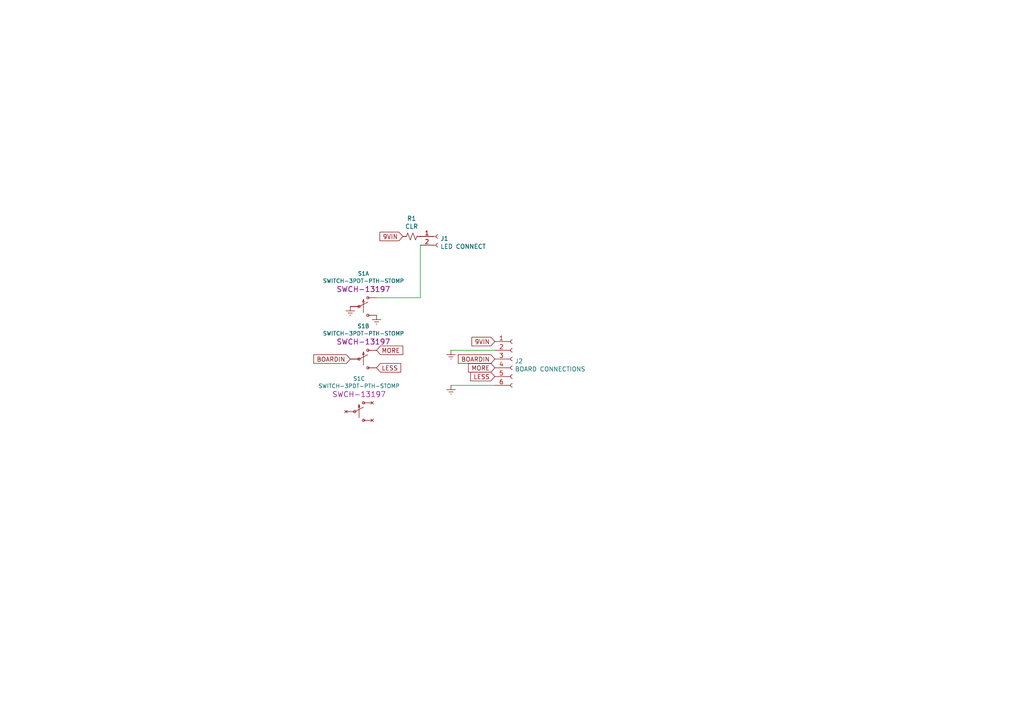
<source format=kicad_sch>
(kicad_sch (version 20230121) (generator eeschema)

  (uuid c129184d-5ee2-46fb-be2e-ef30dd638f64)

  (paper "A4")

  (title_block
    (title "Hellerune Switchy Breakout Board")
    (date "2023-07-18")
    (rev "1.0")
    (company "Offworld Serpent Devices")
  )

  (lib_symbols
    (symbol "Connector:Conn_01x02_Socket" (pin_names (offset 1.016) hide) (in_bom yes) (on_board yes)
      (property "Reference" "J" (at 0 2.54 0)
        (effects (font (size 1.27 1.27)))
      )
      (property "Value" "Conn_01x02_Socket" (at 0 -5.08 0)
        (effects (font (size 1.27 1.27)))
      )
      (property "Footprint" "" (at 0 0 0)
        (effects (font (size 1.27 1.27)) hide)
      )
      (property "Datasheet" "~" (at 0 0 0)
        (effects (font (size 1.27 1.27)) hide)
      )
      (property "ki_locked" "" (at 0 0 0)
        (effects (font (size 1.27 1.27)))
      )
      (property "ki_keywords" "connector" (at 0 0 0)
        (effects (font (size 1.27 1.27)) hide)
      )
      (property "ki_description" "Generic connector, single row, 01x02, script generated" (at 0 0 0)
        (effects (font (size 1.27 1.27)) hide)
      )
      (property "ki_fp_filters" "Connector*:*_1x??_*" (at 0 0 0)
        (effects (font (size 1.27 1.27)) hide)
      )
      (symbol "Conn_01x02_Socket_1_1"
        (arc (start 0 -2.032) (mid -0.5058 -2.54) (end 0 -3.048)
          (stroke (width 0.1524) (type default))
          (fill (type none))
        )
        (polyline
          (pts
            (xy -1.27 -2.54)
            (xy -0.508 -2.54)
          )
          (stroke (width 0.1524) (type default))
          (fill (type none))
        )
        (polyline
          (pts
            (xy -1.27 0)
            (xy -0.508 0)
          )
          (stroke (width 0.1524) (type default))
          (fill (type none))
        )
        (arc (start 0 0.508) (mid -0.5058 0) (end 0 -0.508)
          (stroke (width 0.1524) (type default))
          (fill (type none))
        )
        (pin passive line (at -5.08 0 0) (length 3.81)
          (name "Pin_1" (effects (font (size 1.27 1.27))))
          (number "1" (effects (font (size 1.27 1.27))))
        )
        (pin passive line (at -5.08 -2.54 0) (length 3.81)
          (name "Pin_2" (effects (font (size 1.27 1.27))))
          (number "2" (effects (font (size 1.27 1.27))))
        )
      )
    )
    (symbol "Connector:Conn_01x06_Socket" (pin_names (offset 1.016) hide) (in_bom yes) (on_board yes)
      (property "Reference" "J" (at 0 7.62 0)
        (effects (font (size 1.27 1.27)))
      )
      (property "Value" "Conn_01x06_Socket" (at 0 -10.16 0)
        (effects (font (size 1.27 1.27)))
      )
      (property "Footprint" "" (at 0 0 0)
        (effects (font (size 1.27 1.27)) hide)
      )
      (property "Datasheet" "~" (at 0 0 0)
        (effects (font (size 1.27 1.27)) hide)
      )
      (property "ki_locked" "" (at 0 0 0)
        (effects (font (size 1.27 1.27)))
      )
      (property "ki_keywords" "connector" (at 0 0 0)
        (effects (font (size 1.27 1.27)) hide)
      )
      (property "ki_description" "Generic connector, single row, 01x06, script generated" (at 0 0 0)
        (effects (font (size 1.27 1.27)) hide)
      )
      (property "ki_fp_filters" "Connector*:*_1x??_*" (at 0 0 0)
        (effects (font (size 1.27 1.27)) hide)
      )
      (symbol "Conn_01x06_Socket_1_1"
        (arc (start 0 -7.112) (mid -0.5058 -7.62) (end 0 -8.128)
          (stroke (width 0.1524) (type default))
          (fill (type none))
        )
        (arc (start 0 -4.572) (mid -0.5058 -5.08) (end 0 -5.588)
          (stroke (width 0.1524) (type default))
          (fill (type none))
        )
        (arc (start 0 -2.032) (mid -0.5058 -2.54) (end 0 -3.048)
          (stroke (width 0.1524) (type default))
          (fill (type none))
        )
        (polyline
          (pts
            (xy -1.27 -7.62)
            (xy -0.508 -7.62)
          )
          (stroke (width 0.1524) (type default))
          (fill (type none))
        )
        (polyline
          (pts
            (xy -1.27 -5.08)
            (xy -0.508 -5.08)
          )
          (stroke (width 0.1524) (type default))
          (fill (type none))
        )
        (polyline
          (pts
            (xy -1.27 -2.54)
            (xy -0.508 -2.54)
          )
          (stroke (width 0.1524) (type default))
          (fill (type none))
        )
        (polyline
          (pts
            (xy -1.27 0)
            (xy -0.508 0)
          )
          (stroke (width 0.1524) (type default))
          (fill (type none))
        )
        (polyline
          (pts
            (xy -1.27 2.54)
            (xy -0.508 2.54)
          )
          (stroke (width 0.1524) (type default))
          (fill (type none))
        )
        (polyline
          (pts
            (xy -1.27 5.08)
            (xy -0.508 5.08)
          )
          (stroke (width 0.1524) (type default))
          (fill (type none))
        )
        (arc (start 0 0.508) (mid -0.5058 0) (end 0 -0.508)
          (stroke (width 0.1524) (type default))
          (fill (type none))
        )
        (arc (start 0 3.048) (mid -0.5058 2.54) (end 0 2.032)
          (stroke (width 0.1524) (type default))
          (fill (type none))
        )
        (arc (start 0 5.588) (mid -0.5058 5.08) (end 0 4.572)
          (stroke (width 0.1524) (type default))
          (fill (type none))
        )
        (pin passive line (at -5.08 5.08 0) (length 3.81)
          (name "Pin_1" (effects (font (size 1.27 1.27))))
          (number "1" (effects (font (size 1.27 1.27))))
        )
        (pin passive line (at -5.08 2.54 0) (length 3.81)
          (name "Pin_2" (effects (font (size 1.27 1.27))))
          (number "2" (effects (font (size 1.27 1.27))))
        )
        (pin passive line (at -5.08 0 0) (length 3.81)
          (name "Pin_3" (effects (font (size 1.27 1.27))))
          (number "3" (effects (font (size 1.27 1.27))))
        )
        (pin passive line (at -5.08 -2.54 0) (length 3.81)
          (name "Pin_4" (effects (font (size 1.27 1.27))))
          (number "4" (effects (font (size 1.27 1.27))))
        )
        (pin passive line (at -5.08 -5.08 0) (length 3.81)
          (name "Pin_5" (effects (font (size 1.27 1.27))))
          (number "5" (effects (font (size 1.27 1.27))))
        )
        (pin passive line (at -5.08 -7.62 0) (length 3.81)
          (name "Pin_6" (effects (font (size 1.27 1.27))))
          (number "6" (effects (font (size 1.27 1.27))))
        )
      )
    )
    (symbol "Device:R_Small_US" (pin_numbers hide) (pin_names (offset 0.254) hide) (in_bom yes) (on_board yes)
      (property "Reference" "R" (at 0.762 0.508 0)
        (effects (font (size 1.27 1.27)) (justify left))
      )
      (property "Value" "R_Small_US" (at 0.762 -1.016 0)
        (effects (font (size 1.27 1.27)) (justify left))
      )
      (property "Footprint" "" (at 0 0 0)
        (effects (font (size 1.27 1.27)) hide)
      )
      (property "Datasheet" "~" (at 0 0 0)
        (effects (font (size 1.27 1.27)) hide)
      )
      (property "ki_keywords" "r resistor" (at 0 0 0)
        (effects (font (size 1.27 1.27)) hide)
      )
      (property "ki_description" "Resistor, small US symbol" (at 0 0 0)
        (effects (font (size 1.27 1.27)) hide)
      )
      (property "ki_fp_filters" "R_*" (at 0 0 0)
        (effects (font (size 1.27 1.27)) hide)
      )
      (symbol "R_Small_US_1_1"
        (polyline
          (pts
            (xy 0 0)
            (xy 1.016 -0.381)
            (xy 0 -0.762)
            (xy -1.016 -1.143)
            (xy 0 -1.524)
          )
          (stroke (width 0) (type default))
          (fill (type none))
        )
        (polyline
          (pts
            (xy 0 1.524)
            (xy 1.016 1.143)
            (xy 0 0.762)
            (xy -1.016 0.381)
            (xy 0 0)
          )
          (stroke (width 0) (type default))
          (fill (type none))
        )
        (pin passive line (at 0 2.54 270) (length 1.016)
          (name "~" (effects (font (size 1.27 1.27))))
          (number "1" (effects (font (size 1.27 1.27))))
        )
        (pin passive line (at 0 -2.54 90) (length 1.016)
          (name "~" (effects (font (size 1.27 1.27))))
          (number "2" (effects (font (size 1.27 1.27))))
        )
      )
    )
    (symbol "SWITCH-3PDT-PTH-STOMP_1" (pin_numbers hide) (pin_names (offset 1.016) hide) (in_bom yes) (on_board yes)
      (property "Reference" "S1" (at -1.27 9.5504 0)
        (effects (font (size 1.143 1.143)))
      )
      (property "Value" "SWITCH-3PDT-PTH-STOMP" (at -1.27 7.4168 0)
        (effects (font (size 1.143 1.143)))
      )
      (property "Footprint" "clholm-kicad-lib:STOMP_SWITCH_3PDT_TAIWAY_LOW_PROFILE" (at 0 6.35 0)
        (effects (font (size 0.508 0.508)) hide)
      )
      (property "Datasheet" "" (at 0 0 0)
        (effects (font (size 1.27 1.27)) hide)
      )
      (property "Field4" "SWCH-13197" (at -1.27 5.0038 0)
        (effects (font (size 1.524 1.524)))
      )
      (property "ki_locked" "" (at 0 0 0)
        (effects (font (size 1.27 1.27)))
      )
      (property "ki_keywords" "PROD_ID:SWCH-13197" (at 0 0 0)
        (effects (font (size 1.27 1.27)) hide)
      )
      (property "ki_description" "3-Pole, Double-Throw (3PDT) Switch Three-pole, double-throw stomp switch. Drawn as three separate gates for schematic clarity. <h4>SparkFun Products</h4><ul><li>Used in <a href=\"https://www.sparkfun.com/products/13124\">SparkFun Proto Pedal</a> (PRT-13124)</li></ul>" (at 0 0 0)
        (effects (font (size 1.27 1.27)) hide)
      )
      (property "ki_fp_filters" "*STOMP_SWITCH_3PDT*" (at 0 0 0)
        (effects (font (size 1.27 1.27)) hide)
      )
      (symbol "SWITCH-3PDT-PTH-STOMP_1_1_0"
        (polyline
          (pts
            (xy -2.54 0)
            (xy 0 1.27)
          )
          (stroke (width 0) (type solid))
          (fill (type none))
        )
        (polyline
          (pts
            (xy -1.27 -1.778)
            (xy -1.27 2.032)
          )
          (stroke (width 0) (type solid))
          (fill (type none))
        )
        (polyline
          (pts
            (xy 0 -2.54)
            (xy 0.635 -2.54)
          )
          (stroke (width 0) (type solid))
          (fill (type none))
        )
        (polyline
          (pts
            (xy 0 2.54)
            (xy 0.635 2.54)
          )
          (stroke (width 0) (type solid))
          (fill (type none))
        )
      )
      (symbol "SWITCH-3PDT-PTH-STOMP_1_1_1"
        (circle (center -2.54 0) (radius 0.3556)
          (stroke (width 0) (type solid))
          (fill (type none))
        )
        (circle (center 0 -2.54) (radius 0.3556)
          (stroke (width 0) (type solid))
          (fill (type none))
        )
        (polyline
          (pts
            (xy -1.27 2.032)
            (xy -1.524 1.27)
            (xy -1.016 1.27)
            (xy -1.27 2.032)
          )
          (stroke (width 0) (type solid))
          (fill (type background))
        )
        (circle (center 0 2.54) (radius 0.3556)
          (stroke (width 0) (type solid))
          (fill (type none))
        )
        (pin passive line (at 2.54 2.54 180) (length 2.54)
          (name "O" (effects (font (size 1.016 1.016))))
          (number "P$1" (effects (font (size 1.016 1.016))))
        )
        (pin passive line (at -5.08 0 0) (length 2.54)
          (name "P" (effects (font (size 1.016 1.016))))
          (number "P$2" (effects (font (size 1.016 1.016))))
        )
        (pin passive line (at 2.54 -2.54 180) (length 2.54)
          (name "S" (effects (font (size 1.016 1.016))))
          (number "P$3" (effects (font (size 1.016 1.016))))
        )
      )
      (symbol "SWITCH-3PDT-PTH-STOMP_1_2_0"
        (polyline
          (pts
            (xy -2.54 0)
            (xy 0 1.27)
          )
          (stroke (width 0) (type solid))
          (fill (type none))
        )
        (polyline
          (pts
            (xy -1.27 -1.778)
            (xy -1.27 2.032)
          )
          (stroke (width 0) (type solid))
          (fill (type none))
        )
        (polyline
          (pts
            (xy 0 -2.54)
            (xy 0.635 -2.54)
          )
          (stroke (width 0) (type solid))
          (fill (type none))
        )
        (polyline
          (pts
            (xy 0 2.54)
            (xy 0.635 2.54)
          )
          (stroke (width 0) (type solid))
          (fill (type none))
        )
      )
      (symbol "SWITCH-3PDT-PTH-STOMP_1_2_1"
        (circle (center -2.54 0) (radius 0.3556)
          (stroke (width 0) (type solid))
          (fill (type none))
        )
        (circle (center 0 -2.54) (radius 0.3556)
          (stroke (width 0) (type solid))
          (fill (type none))
        )
        (polyline
          (pts
            (xy -1.27 2.032)
            (xy -1.524 1.27)
            (xy -1.016 1.27)
            (xy -1.27 2.032)
          )
          (stroke (width 0) (type solid))
          (fill (type background))
        )
        (circle (center 0 2.54) (radius 0.3556)
          (stroke (width 0) (type solid))
          (fill (type none))
        )
        (pin passive line (at 2.54 2.54 180) (length 2.54)
          (name "O" (effects (font (size 1.016 1.016))))
          (number "P$4" (effects (font (size 1.016 1.016))))
        )
        (pin passive line (at -5.08 0 0) (length 2.54)
          (name "P" (effects (font (size 1.016 1.016))))
          (number "P$5" (effects (font (size 1.016 1.016))))
        )
        (pin passive line (at 2.54 -2.54 180) (length 2.54)
          (name "S" (effects (font (size 1.016 1.016))))
          (number "P$6" (effects (font (size 1.016 1.016))))
        )
      )
      (symbol "SWITCH-3PDT-PTH-STOMP_1_3_0"
        (polyline
          (pts
            (xy -2.54 0)
            (xy 0 1.27)
          )
          (stroke (width 0) (type solid))
          (fill (type none))
        )
        (polyline
          (pts
            (xy -1.27 -1.778)
            (xy -1.27 2.032)
          )
          (stroke (width 0) (type solid))
          (fill (type none))
        )
        (polyline
          (pts
            (xy 0 -2.54)
            (xy 0.635 -2.54)
          )
          (stroke (width 0) (type solid))
          (fill (type none))
        )
        (polyline
          (pts
            (xy 0 2.54)
            (xy 0.635 2.54)
          )
          (stroke (width 0) (type solid))
          (fill (type none))
        )
      )
      (symbol "SWITCH-3PDT-PTH-STOMP_1_3_1"
        (circle (center -2.54 0) (radius 0.3556)
          (stroke (width 0) (type solid))
          (fill (type none))
        )
        (circle (center 0 -2.54) (radius 0.3556)
          (stroke (width 0) (type solid))
          (fill (type none))
        )
        (polyline
          (pts
            (xy -1.27 2.032)
            (xy -1.524 1.27)
            (xy -1.016 1.27)
            (xy -1.27 2.032)
          )
          (stroke (width 0) (type solid))
          (fill (type background))
        )
        (circle (center 0 2.54) (radius 0.3556)
          (stroke (width 0) (type solid))
          (fill (type none))
        )
        (pin no_connect line (at 2.54 2.54 180) (length 2.54)
          (name "O" (effects (font (size 1.016 1.016))))
          (number "P$7" (effects (font (size 1.016 1.016))))
        )
        (pin no_connect line (at -5.08 0 0) (length 2.54)
          (name "P" (effects (font (size 1.016 1.016))))
          (number "P$8" (effects (font (size 1.016 1.016))))
        )
        (pin no_connect line (at 2.54 -2.54 180) (length 2.54)
          (name "S" (effects (font (size 1.016 1.016))))
          (number "P$9" (effects (font (size 1.016 1.016))))
        )
      )
    )
    (symbol "SWITCH-3PDT-PTH-STOMP_2" (pin_numbers hide) (pin_names (offset 1.016) hide) (in_bom yes) (on_board yes)
      (property "Reference" "S1" (at -1.27 9.5504 0)
        (effects (font (size 1.143 1.143)))
      )
      (property "Value" "SWITCH-3PDT-PTH-STOMP" (at -1.27 7.4168 0)
        (effects (font (size 1.143 1.143)))
      )
      (property "Footprint" "clholm-kicad-lib:STOMP_SWITCH_3PDT_TAIWAY_LOW_PROFILE" (at 0 6.35 0)
        (effects (font (size 0.508 0.508)) hide)
      )
      (property "Datasheet" "" (at 0 0 0)
        (effects (font (size 1.27 1.27)) hide)
      )
      (property "Field4" "SWCH-13197" (at -1.27 5.0038 0)
        (effects (font (size 1.524 1.524)))
      )
      (property "ki_locked" "" (at 0 0 0)
        (effects (font (size 1.27 1.27)))
      )
      (property "ki_keywords" "PROD_ID:SWCH-13197" (at 0 0 0)
        (effects (font (size 1.27 1.27)) hide)
      )
      (property "ki_description" "3-Pole, Double-Throw (3PDT) Switch Three-pole, double-throw stomp switch. Drawn as three separate gates for schematic clarity. <h4>SparkFun Products</h4><ul><li>Used in <a href=\"https://www.sparkfun.com/products/13124\">SparkFun Proto Pedal</a> (PRT-13124)</li></ul>" (at 0 0 0)
        (effects (font (size 1.27 1.27)) hide)
      )
      (property "ki_fp_filters" "*STOMP_SWITCH_3PDT*" (at 0 0 0)
        (effects (font (size 1.27 1.27)) hide)
      )
      (symbol "SWITCH-3PDT-PTH-STOMP_2_1_0"
        (polyline
          (pts
            (xy -2.54 0)
            (xy 0 1.27)
          )
          (stroke (width 0) (type solid))
          (fill (type none))
        )
        (polyline
          (pts
            (xy -1.27 -1.778)
            (xy -1.27 2.032)
          )
          (stroke (width 0) (type solid))
          (fill (type none))
        )
        (polyline
          (pts
            (xy 0 -2.54)
            (xy 0.635 -2.54)
          )
          (stroke (width 0) (type solid))
          (fill (type none))
        )
        (polyline
          (pts
            (xy 0 2.54)
            (xy 0.635 2.54)
          )
          (stroke (width 0) (type solid))
          (fill (type none))
        )
      )
      (symbol "SWITCH-3PDT-PTH-STOMP_2_1_1"
        (circle (center -2.54 0) (radius 0.3556)
          (stroke (width 0) (type solid))
          (fill (type none))
        )
        (circle (center 0 -2.54) (radius 0.3556)
          (stroke (width 0) (type solid))
          (fill (type none))
        )
        (polyline
          (pts
            (xy -1.27 2.032)
            (xy -1.524 1.27)
            (xy -1.016 1.27)
            (xy -1.27 2.032)
          )
          (stroke (width 0) (type solid))
          (fill (type background))
        )
        (circle (center 0 2.54) (radius 0.3556)
          (stroke (width 0) (type solid))
          (fill (type none))
        )
        (pin passive line (at 2.54 2.54 180) (length 2.54)
          (name "O" (effects (font (size 1.016 1.016))))
          (number "P$1" (effects (font (size 1.016 1.016))))
        )
        (pin passive line (at -5.08 0 0) (length 2.54)
          (name "P" (effects (font (size 1.016 1.016))))
          (number "P$2" (effects (font (size 1.016 1.016))))
        )
        (pin passive line (at 2.54 -2.54 180) (length 2.54)
          (name "S" (effects (font (size 1.016 1.016))))
          (number "P$3" (effects (font (size 1.016 1.016))))
        )
      )
      (symbol "SWITCH-3PDT-PTH-STOMP_2_2_0"
        (polyline
          (pts
            (xy -2.54 0)
            (xy 0 1.27)
          )
          (stroke (width 0) (type solid))
          (fill (type none))
        )
        (polyline
          (pts
            (xy -1.27 -1.778)
            (xy -1.27 2.032)
          )
          (stroke (width 0) (type solid))
          (fill (type none))
        )
        (polyline
          (pts
            (xy 0 -2.54)
            (xy 0.635 -2.54)
          )
          (stroke (width 0) (type solid))
          (fill (type none))
        )
        (polyline
          (pts
            (xy 0 2.54)
            (xy 0.635 2.54)
          )
          (stroke (width 0) (type solid))
          (fill (type none))
        )
      )
      (symbol "SWITCH-3PDT-PTH-STOMP_2_2_1"
        (circle (center -2.54 0) (radius 0.3556)
          (stroke (width 0) (type solid))
          (fill (type none))
        )
        (circle (center 0 -2.54) (radius 0.3556)
          (stroke (width 0) (type solid))
          (fill (type none))
        )
        (polyline
          (pts
            (xy -1.27 2.032)
            (xy -1.524 1.27)
            (xy -1.016 1.27)
            (xy -1.27 2.032)
          )
          (stroke (width 0) (type solid))
          (fill (type background))
        )
        (circle (center 0 2.54) (radius 0.3556)
          (stroke (width 0) (type solid))
          (fill (type none))
        )
        (pin passive line (at 2.54 2.54 180) (length 2.54)
          (name "O" (effects (font (size 1.016 1.016))))
          (number "P$4" (effects (font (size 1.016 1.016))))
        )
        (pin passive line (at -5.08 0 0) (length 2.54)
          (name "P" (effects (font (size 1.016 1.016))))
          (number "P$5" (effects (font (size 1.016 1.016))))
        )
        (pin passive line (at 2.54 -2.54 180) (length 2.54)
          (name "S" (effects (font (size 1.016 1.016))))
          (number "P$6" (effects (font (size 1.016 1.016))))
        )
      )
      (symbol "SWITCH-3PDT-PTH-STOMP_2_3_0"
        (polyline
          (pts
            (xy -2.54 0)
            (xy 0 1.27)
          )
          (stroke (width 0) (type solid))
          (fill (type none))
        )
        (polyline
          (pts
            (xy -1.27 -1.778)
            (xy -1.27 2.032)
          )
          (stroke (width 0) (type solid))
          (fill (type none))
        )
        (polyline
          (pts
            (xy 0 -2.54)
            (xy 0.635 -2.54)
          )
          (stroke (width 0) (type solid))
          (fill (type none))
        )
        (polyline
          (pts
            (xy 0 2.54)
            (xy 0.635 2.54)
          )
          (stroke (width 0) (type solid))
          (fill (type none))
        )
      )
      (symbol "SWITCH-3PDT-PTH-STOMP_2_3_1"
        (circle (center -2.54 0) (radius 0.3556)
          (stroke (width 0) (type solid))
          (fill (type none))
        )
        (circle (center 0 -2.54) (radius 0.3556)
          (stroke (width 0) (type solid))
          (fill (type none))
        )
        (polyline
          (pts
            (xy -1.27 2.032)
            (xy -1.524 1.27)
            (xy -1.016 1.27)
            (xy -1.27 2.032)
          )
          (stroke (width 0) (type solid))
          (fill (type background))
        )
        (circle (center 0 2.54) (radius 0.3556)
          (stroke (width 0) (type solid))
          (fill (type none))
        )
        (pin no_connect line (at 2.54 2.54 180) (length 2.54)
          (name "O" (effects (font (size 1.016 1.016))))
          (number "P$7" (effects (font (size 1.016 1.016))))
        )
        (pin no_connect line (at -5.08 0 0) (length 2.54)
          (name "P" (effects (font (size 1.016 1.016))))
          (number "P$8" (effects (font (size 1.016 1.016))))
        )
        (pin no_connect line (at 2.54 -2.54 180) (length 2.54)
          (name "S" (effects (font (size 1.016 1.016))))
          (number "P$9" (effects (font (size 1.016 1.016))))
        )
      )
    )
    (symbol "SWITCH-3PDT-PTH-STOMP_3" (pin_numbers hide) (pin_names (offset 1.016) hide) (in_bom yes) (on_board yes)
      (property "Reference" "S1" (at -1.27 9.5504 0)
        (effects (font (size 1.143 1.143)))
      )
      (property "Value" "SWITCH-3PDT-PTH-STOMP" (at -1.27 7.4168 0)
        (effects (font (size 1.143 1.143)))
      )
      (property "Footprint" "clholm-kicad-lib:STOMP_SWITCH_3PDT_TAIWAY_LOW_PROFILE" (at 0 6.35 0)
        (effects (font (size 0.508 0.508)) hide)
      )
      (property "Datasheet" "" (at 0 0 0)
        (effects (font (size 1.27 1.27)) hide)
      )
      (property "Field4" "SWCH-13197" (at -1.27 5.0038 0)
        (effects (font (size 1.524 1.524)))
      )
      (property "ki_locked" "" (at 0 0 0)
        (effects (font (size 1.27 1.27)))
      )
      (property "ki_keywords" "PROD_ID:SWCH-13197" (at 0 0 0)
        (effects (font (size 1.27 1.27)) hide)
      )
      (property "ki_description" "3-Pole, Double-Throw (3PDT) Switch Three-pole, double-throw stomp switch. Drawn as three separate gates for schematic clarity. <h4>SparkFun Products</h4><ul><li>Used in <a href=\"https://www.sparkfun.com/products/13124\">SparkFun Proto Pedal</a> (PRT-13124)</li></ul>" (at 0 0 0)
        (effects (font (size 1.27 1.27)) hide)
      )
      (property "ki_fp_filters" "*STOMP_SWITCH_3PDT*" (at 0 0 0)
        (effects (font (size 1.27 1.27)) hide)
      )
      (symbol "SWITCH-3PDT-PTH-STOMP_3_1_0"
        (polyline
          (pts
            (xy -2.54 0)
            (xy 0 1.27)
          )
          (stroke (width 0) (type solid))
          (fill (type none))
        )
        (polyline
          (pts
            (xy -1.27 -1.778)
            (xy -1.27 2.032)
          )
          (stroke (width 0) (type solid))
          (fill (type none))
        )
        (polyline
          (pts
            (xy 0 -2.54)
            (xy 0.635 -2.54)
          )
          (stroke (width 0) (type solid))
          (fill (type none))
        )
        (polyline
          (pts
            (xy 0 2.54)
            (xy 0.635 2.54)
          )
          (stroke (width 0) (type solid))
          (fill (type none))
        )
      )
      (symbol "SWITCH-3PDT-PTH-STOMP_3_1_1"
        (circle (center -2.54 0) (radius 0.3556)
          (stroke (width 0) (type solid))
          (fill (type none))
        )
        (circle (center 0 -2.54) (radius 0.3556)
          (stroke (width 0) (type solid))
          (fill (type none))
        )
        (polyline
          (pts
            (xy -1.27 2.032)
            (xy -1.524 1.27)
            (xy -1.016 1.27)
            (xy -1.27 2.032)
          )
          (stroke (width 0) (type solid))
          (fill (type background))
        )
        (circle (center 0 2.54) (radius 0.3556)
          (stroke (width 0) (type solid))
          (fill (type none))
        )
        (pin passive line (at 2.54 2.54 180) (length 2.54)
          (name "O" (effects (font (size 1.016 1.016))))
          (number "P$1" (effects (font (size 1.016 1.016))))
        )
        (pin passive line (at -5.08 0 0) (length 2.54)
          (name "P" (effects (font (size 1.016 1.016))))
          (number "P$2" (effects (font (size 1.016 1.016))))
        )
        (pin passive line (at 2.54 -2.54 180) (length 2.54)
          (name "S" (effects (font (size 1.016 1.016))))
          (number "P$3" (effects (font (size 1.016 1.016))))
        )
      )
      (symbol "SWITCH-3PDT-PTH-STOMP_3_2_0"
        (polyline
          (pts
            (xy -2.54 0)
            (xy 0 1.27)
          )
          (stroke (width 0) (type solid))
          (fill (type none))
        )
        (polyline
          (pts
            (xy -1.27 -1.778)
            (xy -1.27 2.032)
          )
          (stroke (width 0) (type solid))
          (fill (type none))
        )
        (polyline
          (pts
            (xy 0 -2.54)
            (xy 0.635 -2.54)
          )
          (stroke (width 0) (type solid))
          (fill (type none))
        )
        (polyline
          (pts
            (xy 0 2.54)
            (xy 0.635 2.54)
          )
          (stroke (width 0) (type solid))
          (fill (type none))
        )
      )
      (symbol "SWITCH-3PDT-PTH-STOMP_3_2_1"
        (circle (center -2.54 0) (radius 0.3556)
          (stroke (width 0) (type solid))
          (fill (type none))
        )
        (circle (center 0 -2.54) (radius 0.3556)
          (stroke (width 0) (type solid))
          (fill (type none))
        )
        (polyline
          (pts
            (xy -1.27 2.032)
            (xy -1.524 1.27)
            (xy -1.016 1.27)
            (xy -1.27 2.032)
          )
          (stroke (width 0) (type solid))
          (fill (type background))
        )
        (circle (center 0 2.54) (radius 0.3556)
          (stroke (width 0) (type solid))
          (fill (type none))
        )
        (pin passive line (at 2.54 2.54 180) (length 2.54)
          (name "O" (effects (font (size 1.016 1.016))))
          (number "P$4" (effects (font (size 1.016 1.016))))
        )
        (pin passive line (at -5.08 0 0) (length 2.54)
          (name "P" (effects (font (size 1.016 1.016))))
          (number "P$5" (effects (font (size 1.016 1.016))))
        )
        (pin passive line (at 2.54 -2.54 180) (length 2.54)
          (name "S" (effects (font (size 1.016 1.016))))
          (number "P$6" (effects (font (size 1.016 1.016))))
        )
      )
      (symbol "SWITCH-3PDT-PTH-STOMP_3_3_0"
        (polyline
          (pts
            (xy -2.54 0)
            (xy 0 1.27)
          )
          (stroke (width 0) (type solid))
          (fill (type none))
        )
        (polyline
          (pts
            (xy -1.27 -1.778)
            (xy -1.27 2.032)
          )
          (stroke (width 0) (type solid))
          (fill (type none))
        )
        (polyline
          (pts
            (xy 0 -2.54)
            (xy 0.635 -2.54)
          )
          (stroke (width 0) (type solid))
          (fill (type none))
        )
        (polyline
          (pts
            (xy 0 2.54)
            (xy 0.635 2.54)
          )
          (stroke (width 0) (type solid))
          (fill (type none))
        )
      )
      (symbol "SWITCH-3PDT-PTH-STOMP_3_3_1"
        (circle (center -2.54 0) (radius 0.3556)
          (stroke (width 0) (type solid))
          (fill (type none))
        )
        (circle (center 0 -2.54) (radius 0.3556)
          (stroke (width 0) (type solid))
          (fill (type none))
        )
        (polyline
          (pts
            (xy -1.27 2.032)
            (xy -1.524 1.27)
            (xy -1.016 1.27)
            (xy -1.27 2.032)
          )
          (stroke (width 0) (type solid))
          (fill (type background))
        )
        (circle (center 0 2.54) (radius 0.3556)
          (stroke (width 0) (type solid))
          (fill (type none))
        )
        (pin no_connect line (at 2.54 2.54 180) (length 2.54)
          (name "O" (effects (font (size 1.016 1.016))))
          (number "P$7" (effects (font (size 1.016 1.016))))
        )
        (pin no_connect line (at -5.08 0 0) (length 2.54)
          (name "P" (effects (font (size 1.016 1.016))))
          (number "P$8" (effects (font (size 1.016 1.016))))
        )
        (pin no_connect line (at 2.54 -2.54 180) (length 2.54)
          (name "S" (effects (font (size 1.016 1.016))))
          (number "P$9" (effects (font (size 1.016 1.016))))
        )
      )
    )
    (symbol "SparkFun-Switches:SWITCH-3PDT-PTH-STOMP" (pin_numbers hide) (pin_names (offset 1.016) hide) (in_bom yes) (on_board yes)
      (property "Reference" "S" (at -5.08 3.81 0)
        (effects (font (size 1.143 1.143)) (justify left bottom))
      )
      (property "Value" "SWITCH-3PDT-PTH-STOMP" (at -5.08 -5.08 0)
        (effects (font (size 1.143 1.143)) (justify left bottom))
      )
      (property "Footprint" "STOMP_SWITCH_3PDT" (at 0 6.35 0)
        (effects (font (size 0.508 0.508)) hide)
      )
      (property "Datasheet" "" (at 0 0 0)
        (effects (font (size 1.27 1.27)) hide)
      )
      (property "Field4" "SWCH-13197" (at 0 7.62 0)
        (effects (font (size 1.524 1.524)))
      )
      (property "ki_locked" "" (at 0 0 0)
        (effects (font (size 1.27 1.27)))
      )
      (property "ki_keywords" "PROD_ID:SWCH-13197" (at 0 0 0)
        (effects (font (size 1.27 1.27)) hide)
      )
      (property "ki_description" "3-Pole, Double-Throw (3PDT) Switch Three-pole, double-throw stomp switch. Drawn as three separate gates for schematic clarity. <h4>SparkFun Products</h4><ul><li>Used in <a href=\"https://www.sparkfun.com/products/13124\">SparkFun Proto Pedal</a> (PRT-13124)</li></ul>" (at 0 0 0)
        (effects (font (size 1.27 1.27)) hide)
      )
      (property "ki_fp_filters" "*STOMP_SWITCH_3PDT*" (at 0 0 0)
        (effects (font (size 1.27 1.27)) hide)
      )
      (symbol "SWITCH-3PDT-PTH-STOMP_1_0"
        (polyline
          (pts
            (xy -2.54 0)
            (xy 0 1.27)
          )
          (stroke (width 0) (type solid))
          (fill (type none))
        )
        (polyline
          (pts
            (xy -1.27 -1.778)
            (xy -1.27 2.032)
          )
          (stroke (width 0) (type solid))
          (fill (type none))
        )
        (polyline
          (pts
            (xy 0 -2.54)
            (xy 0.635 -2.54)
          )
          (stroke (width 0) (type solid))
          (fill (type none))
        )
        (polyline
          (pts
            (xy 0 2.54)
            (xy 0.635 2.54)
          )
          (stroke (width 0) (type solid))
          (fill (type none))
        )
      )
      (symbol "SWITCH-3PDT-PTH-STOMP_1_1"
        (circle (center -2.54 0) (radius 0.3556)
          (stroke (width 0) (type solid))
          (fill (type none))
        )
        (circle (center 0 -2.54) (radius 0.3556)
          (stroke (width 0) (type solid))
          (fill (type none))
        )
        (polyline
          (pts
            (xy -1.27 2.032)
            (xy -1.524 1.27)
            (xy -1.016 1.27)
            (xy -1.27 2.032)
          )
          (stroke (width 0) (type solid))
          (fill (type background))
        )
        (circle (center 0 2.54) (radius 0.3556)
          (stroke (width 0) (type solid))
          (fill (type none))
        )
        (pin passive line (at 2.54 2.54 180) (length 2.54)
          (name "O" (effects (font (size 1.016 1.016))))
          (number "P$1" (effects (font (size 1.016 1.016))))
        )
        (pin passive line (at -5.08 0 0) (length 2.54)
          (name "P" (effects (font (size 1.016 1.016))))
          (number "P$2" (effects (font (size 1.016 1.016))))
        )
        (pin passive line (at 2.54 -2.54 180) (length 2.54)
          (name "S" (effects (font (size 1.016 1.016))))
          (number "P$3" (effects (font (size 1.016 1.016))))
        )
      )
      (symbol "SWITCH-3PDT-PTH-STOMP_2_0"
        (polyline
          (pts
            (xy -2.54 0)
            (xy 0 1.27)
          )
          (stroke (width 0) (type solid))
          (fill (type none))
        )
        (polyline
          (pts
            (xy -1.27 -1.778)
            (xy -1.27 2.032)
          )
          (stroke (width 0) (type solid))
          (fill (type none))
        )
        (polyline
          (pts
            (xy 0 -2.54)
            (xy 0.635 -2.54)
          )
          (stroke (width 0) (type solid))
          (fill (type none))
        )
        (polyline
          (pts
            (xy 0 2.54)
            (xy 0.635 2.54)
          )
          (stroke (width 0) (type solid))
          (fill (type none))
        )
      )
      (symbol "SWITCH-3PDT-PTH-STOMP_2_1"
        (circle (center -2.54 0) (radius 0.3556)
          (stroke (width 0) (type solid))
          (fill (type none))
        )
        (circle (center 0 -2.54) (radius 0.3556)
          (stroke (width 0) (type solid))
          (fill (type none))
        )
        (polyline
          (pts
            (xy -1.27 2.032)
            (xy -1.524 1.27)
            (xy -1.016 1.27)
            (xy -1.27 2.032)
          )
          (stroke (width 0) (type solid))
          (fill (type background))
        )
        (circle (center 0 2.54) (radius 0.3556)
          (stroke (width 0) (type solid))
          (fill (type none))
        )
        (pin passive line (at 2.54 2.54 180) (length 2.54)
          (name "O" (effects (font (size 1.016 1.016))))
          (number "P$4" (effects (font (size 1.016 1.016))))
        )
        (pin passive line (at -5.08 0 0) (length 2.54)
          (name "P" (effects (font (size 1.016 1.016))))
          (number "P$5" (effects (font (size 1.016 1.016))))
        )
        (pin passive line (at 2.54 -2.54 180) (length 2.54)
          (name "S" (effects (font (size 1.016 1.016))))
          (number "P$6" (effects (font (size 1.016 1.016))))
        )
      )
      (symbol "SWITCH-3PDT-PTH-STOMP_3_0"
        (polyline
          (pts
            (xy -2.54 0)
            (xy 0 1.27)
          )
          (stroke (width 0) (type solid))
          (fill (type none))
        )
        (polyline
          (pts
            (xy -1.27 -1.778)
            (xy -1.27 2.032)
          )
          (stroke (width 0) (type solid))
          (fill (type none))
        )
        (polyline
          (pts
            (xy 0 -2.54)
            (xy 0.635 -2.54)
          )
          (stroke (width 0) (type solid))
          (fill (type none))
        )
        (polyline
          (pts
            (xy 0 2.54)
            (xy 0.635 2.54)
          )
          (stroke (width 0) (type solid))
          (fill (type none))
        )
      )
      (symbol "SWITCH-3PDT-PTH-STOMP_3_1"
        (circle (center -2.54 0) (radius 0.3556)
          (stroke (width 0) (type solid))
          (fill (type none))
        )
        (circle (center 0 -2.54) (radius 0.3556)
          (stroke (width 0) (type solid))
          (fill (type none))
        )
        (polyline
          (pts
            (xy -1.27 2.032)
            (xy -1.524 1.27)
            (xy -1.016 1.27)
            (xy -1.27 2.032)
          )
          (stroke (width 0) (type solid))
          (fill (type background))
        )
        (circle (center 0 2.54) (radius 0.3556)
          (stroke (width 0) (type solid))
          (fill (type none))
        )
        (pin passive line (at 2.54 2.54 180) (length 2.54)
          (name "O" (effects (font (size 1.016 1.016))))
          (number "P$7" (effects (font (size 1.016 1.016))))
        )
        (pin passive line (at -5.08 0 0) (length 2.54)
          (name "P" (effects (font (size 1.016 1.016))))
          (number "P$8" (effects (font (size 1.016 1.016))))
        )
        (pin passive line (at 2.54 -2.54 180) (length 2.54)
          (name "S" (effects (font (size 1.016 1.016))))
          (number "P$9" (effects (font (size 1.016 1.016))))
        )
      )
    )
    (symbol "power:Earth" (power) (pin_names (offset 0)) (in_bom yes) (on_board yes)
      (property "Reference" "#PWR" (at 0 -6.35 0)
        (effects (font (size 1.27 1.27)) hide)
      )
      (property "Value" "Earth" (at 0 -3.81 0)
        (effects (font (size 1.27 1.27)) hide)
      )
      (property "Footprint" "" (at 0 0 0)
        (effects (font (size 1.27 1.27)) hide)
      )
      (property "Datasheet" "~" (at 0 0 0)
        (effects (font (size 1.27 1.27)) hide)
      )
      (property "ki_keywords" "global ground gnd" (at 0 0 0)
        (effects (font (size 1.27 1.27)) hide)
      )
      (property "ki_description" "Power symbol creates a global label with name \"Earth\"" (at 0 0 0)
        (effects (font (size 1.27 1.27)) hide)
      )
      (symbol "Earth_0_1"
        (polyline
          (pts
            (xy -0.635 -1.905)
            (xy 0.635 -1.905)
          )
          (stroke (width 0) (type default))
          (fill (type none))
        )
        (polyline
          (pts
            (xy -0.127 -2.54)
            (xy 0.127 -2.54)
          )
          (stroke (width 0) (type default))
          (fill (type none))
        )
        (polyline
          (pts
            (xy 0 -1.27)
            (xy 0 0)
          )
          (stroke (width 0) (type default))
          (fill (type none))
        )
        (polyline
          (pts
            (xy 1.27 -1.27)
            (xy -1.27 -1.27)
          )
          (stroke (width 0) (type default))
          (fill (type none))
        )
      )
      (symbol "Earth_1_1"
        (pin power_in line (at 0 0 270) (length 0) hide
          (name "Earth" (effects (font (size 1.27 1.27))))
          (number "1" (effects (font (size 1.27 1.27))))
        )
      )
    )
  )


  (wire (pts (xy 130.81 101.6) (xy 143.51 101.6))
    (stroke (width 0) (type default))
    (uuid 7e8f2506-0244-4bec-aa04-865865fc9950)
  )
  (wire (pts (xy 130.81 111.76) (xy 143.51 111.76))
    (stroke (width 0) (type default))
    (uuid e63cb5c4-4bd5-48be-bb2a-60afd7fcc7ca)
  )
  (wire (pts (xy 121.92 86.36) (xy 109.22 86.36))
    (stroke (width 0) (type default))
    (uuid ea36d2d1-a341-448e-bf3d-6f72856f9f96)
  )
  (wire (pts (xy 121.92 71.12) (xy 121.92 86.36))
    (stroke (width 0) (type default))
    (uuid eb75d211-ec3e-4d48-b3f8-f34468ac0698)
  )

  (global_label "MORE" (shape input) (at 109.22 101.6 0)
    (effects (font (size 1.27 1.27)) (justify left))
    (uuid 0d4a383a-62dc-46a2-ae66-7d10f32b81c5)
    (property "Intersheetrefs" "${INTERSHEET_REFS}" (at 109.22 101.6 0)
      (effects (font (size 1.27 1.27)) hide)
    )
  )
  (global_label "BOARDIN" (shape input) (at 101.6 104.14 180)
    (effects (font (size 1.27 1.27)) (justify right))
    (uuid 4aea16c1-95e1-4720-8f4c-6c0063942724)
    (property "Intersheetrefs" "${INTERSHEET_REFS}" (at 101.6 104.14 0)
      (effects (font (size 1.27 1.27)) hide)
    )
  )
  (global_label "LESS" (shape input) (at 109.22 106.68 0) (fields_autoplaced)
    (effects (font (size 1.27 1.27)) (justify left))
    (uuid 6cc6eb74-0b5b-4709-af03-11164aa747d5)
    (property "Intersheetrefs" "${INTERSHEET_REFS}" (at 116.0677 106.68 0)
      (effects (font (size 1.27 1.27)) (justify left) hide)
    )
  )
  (global_label "9VIN" (shape input) (at 116.84 68.58 180)
    (effects (font (size 1.27 1.27)) (justify right))
    (uuid 7f4b2da9-d62c-4a6d-a729-05fec18efe43)
    (property "Intersheetrefs" "${INTERSHEET_REFS}" (at 116.84 68.58 0)
      (effects (font (size 1.27 1.27)) hide)
    )
  )
  (global_label "9VIN" (shape input) (at 143.51 99.06 180)
    (effects (font (size 1.27 1.27)) (justify right))
    (uuid a676eabd-b917-4281-b8d3-f3f8e7ab2999)
    (property "Intersheetrefs" "${INTERSHEET_REFS}" (at 143.51 99.06 0)
      (effects (font (size 1.27 1.27)) hide)
    )
  )
  (global_label "MORE" (shape input) (at 143.51 106.68 180) (fields_autoplaced)
    (effects (font (size 1.27 1.27)) (justify right))
    (uuid ade16d1c-a535-4597-9cb1-209c61d7932a)
    (property "Intersheetrefs" "${INTERSHEET_REFS}" (at 136.0575 106.68 0)
      (effects (font (size 1.27 1.27)) (justify right) hide)
    )
  )
  (global_label "BOARDIN" (shape input) (at 143.51 104.14 180)
    (effects (font (size 1.27 1.27)) (justify right))
    (uuid d9eeba3a-a16c-4c3a-a379-b9fc5f8dae10)
    (property "Intersheetrefs" "${INTERSHEET_REFS}" (at 143.51 104.14 0)
      (effects (font (size 1.27 1.27)) hide)
    )
  )
  (global_label "LESS" (shape input) (at 143.51 109.22 180)
    (effects (font (size 1.27 1.27)) (justify right))
    (uuid ec67f38c-0960-4755-81ca-e2fc9a8b85b6)
    (property "Intersheetrefs" "${INTERSHEET_REFS}" (at 143.51 109.22 0)
      (effects (font (size 1.27 1.27)) hide)
    )
  )

  (symbol (lib_name "SWITCH-3PDT-PTH-STOMP_1") (lib_id "SparkFun-Switches:SWITCH-3PDT-PTH-STOMP") (at 106.68 88.9 0) (unit 1)
    (in_bom yes) (on_board yes) (dnp no)
    (uuid 00000000-0000-0000-0000-0000623d2ee5)
    (property "Reference" "S1" (at 105.41 79.3496 0)
      (effects (font (size 1.143 1.143)))
    )
    (property "Value" "SWITCH-3PDT-PTH-STOMP" (at 105.41 81.4832 0)
      (effects (font (size 1.143 1.143)))
    )
    (property "Footprint" "clholm-kicad-lib:STOMP_SWITCH_3PDT_TAIWAY_LOW_PROFILE" (at 106.68 82.55 0)
      (effects (font (size 0.508 0.508)) hide)
    )
    (property "Datasheet" "" (at 106.68 88.9 0)
      (effects (font (size 1.27 1.27)) hide)
    )
    (property "Field4" "SWCH-13197" (at 105.41 83.8962 0)
      (effects (font (size 1.524 1.524)))
    )
    (pin "P$1" (uuid 98120dcc-12e4-4f7b-bf5f-fa3bbf79a5e8))
    (pin "P$2" (uuid 34327a1d-9449-4410-80f0-d9d62b7f82f5))
    (pin "P$3" (uuid 9f0d5206-b63c-4928-9697-a1ab8ad464dc))
    (pin "P$4" (uuid a1f1d20a-1742-4391-88b9-283983118d91))
    (pin "P$5" (uuid 38c354f1-1937-4649-b10f-7bdd9be1346f))
    (pin "P$6" (uuid 00e8bc1d-ff64-4abf-a670-af9d4fda9d0a))
    (pin "P$7" (uuid 0a424928-f9c1-4863-a1b9-768039b3d31b))
    (pin "P$8" (uuid d289de6b-98ab-4eb3-89f8-ea37081974d7))
    (pin "P$9" (uuid 98cbada1-52f5-441a-bb67-b7d4b676b330))
    (instances
      (project "hellerune-switchy"
        (path "/c129184d-5ee2-46fb-be2e-ef30dd638f64"
          (reference "S1") (unit 1)
        )
      )
    )
  )

  (symbol (lib_name "SWITCH-3PDT-PTH-STOMP_2") (lib_id "SparkFun-Switches:SWITCH-3PDT-PTH-STOMP") (at 106.68 104.14 0) (unit 2)
    (in_bom yes) (on_board yes) (dnp no)
    (uuid 00000000-0000-0000-0000-0000623d818f)
    (property "Reference" "S1" (at 105.41 94.5896 0)
      (effects (font (size 1.143 1.143)))
    )
    (property "Value" "SWITCH-3PDT-PTH-STOMP" (at 105.41 96.7232 0)
      (effects (font (size 1.143 1.143)))
    )
    (property "Footprint" "clholm-kicad-lib:STOMP_SWITCH_3PDT_TAIWAY_LOW_PROFILE" (at 106.68 97.79 0)
      (effects (font (size 0.508 0.508)) hide)
    )
    (property "Datasheet" "" (at 106.68 104.14 0)
      (effects (font (size 1.27 1.27)) hide)
    )
    (property "Field4" "SWCH-13197" (at 105.41 99.1362 0)
      (effects (font (size 1.524 1.524)))
    )
    (pin "P$1" (uuid dbbe77ac-c8d9-4f12-8249-0b3f136a7011))
    (pin "P$2" (uuid 050040f8-9feb-4375-9020-298535ae7700))
    (pin "P$3" (uuid d7252de2-1079-4f27-b066-14180148b36b))
    (pin "P$4" (uuid 4160843d-3f0b-4526-b635-37f9e44d3d1a))
    (pin "P$5" (uuid f72f1cef-d0c0-408a-bffd-5ac1aa45e691))
    (pin "P$6" (uuid 5371b3be-c171-4c3c-9185-2de0abfa2cd3))
    (pin "P$7" (uuid 44db77b8-e2a3-4b8e-a1df-28e97551f41a))
    (pin "P$8" (uuid 496b9f6b-147e-4d0b-939f-dc476a4d47e4))
    (pin "P$9" (uuid ca924475-bc4e-4ecd-bb2f-b47d702f19b9))
    (instances
      (project "hellerune-switchy"
        (path "/c129184d-5ee2-46fb-be2e-ef30dd638f64"
          (reference "S1") (unit 2)
        )
      )
    )
  )

  (symbol (lib_name "SWITCH-3PDT-PTH-STOMP_3") (lib_id "SparkFun-Switches:SWITCH-3PDT-PTH-STOMP") (at 105.41 119.38 0) (unit 3)
    (in_bom yes) (on_board yes) (dnp no)
    (uuid 00000000-0000-0000-0000-0000623dccb9)
    (property "Reference" "S1" (at 104.14 109.8296 0)
      (effects (font (size 1.143 1.143)))
    )
    (property "Value" "SWITCH-3PDT-PTH-STOMP" (at 104.14 111.9632 0)
      (effects (font (size 1.143 1.143)))
    )
    (property "Footprint" "clholm-kicad-lib:STOMP_SWITCH_3PDT_TAIWAY_LOW_PROFILE" (at 105.41 113.03 0)
      (effects (font (size 0.508 0.508)) hide)
    )
    (property "Datasheet" "" (at 105.41 119.38 0)
      (effects (font (size 1.27 1.27)) hide)
    )
    (property "Field4" "SWCH-13197" (at 104.14 114.3762 0)
      (effects (font (size 1.524 1.524)))
    )
    (pin "P$1" (uuid 234863a1-e2a5-4898-a919-afe59a2d2748))
    (pin "P$2" (uuid 1fd2e668-8ebd-48af-959a-742d90246ebe))
    (pin "P$3" (uuid 18235374-8e61-4506-b385-31f3544350f9))
    (pin "P$4" (uuid 725d7fd7-62b6-48fa-b4ea-c848ff9a7802))
    (pin "P$5" (uuid 296b195f-a061-4dc3-b314-5d44d74d59f9))
    (pin "P$6" (uuid e0e04fa6-82a6-4811-9e4e-fbbeb9fa46c3))
    (pin "P$7" (uuid 0cf59549-f701-44a1-829f-352f0f25ea35))
    (pin "P$8" (uuid 131b03bf-d94e-47a2-b570-8fe8112cf814))
    (pin "P$9" (uuid 7fac5871-ddca-4e5d-8e63-63fe88dc1809))
    (instances
      (project "hellerune-switchy"
        (path "/c129184d-5ee2-46fb-be2e-ef30dd638f64"
          (reference "S1") (unit 3)
        )
      )
    )
  )

  (symbol (lib_id "power:Earth") (at 101.6 88.9 0) (unit 1)
    (in_bom yes) (on_board yes) (dnp no)
    (uuid 00000000-0000-0000-0000-0000623df9e8)
    (property "Reference" "#PWR0101" (at 101.6 95.25 0)
      (effects (font (size 1.27 1.27)) hide)
    )
    (property "Value" "Earth" (at 101.6 92.71 0)
      (effects (font (size 1.27 1.27)) hide)
    )
    (property "Footprint" "" (at 101.6 88.9 0)
      (effects (font (size 1.27 1.27)) hide)
    )
    (property "Datasheet" "~" (at 101.6 88.9 0)
      (effects (font (size 1.27 1.27)) hide)
    )
    (pin "1" (uuid 3a56967e-8b08-4aef-b159-2a4f5345ce97))
    (instances
      (project "hellerune-switchy"
        (path "/c129184d-5ee2-46fb-be2e-ef30dd638f64"
          (reference "#PWR0101") (unit 1)
        )
      )
    )
  )

  (symbol (lib_id "power:Earth") (at 109.22 91.44 0) (unit 1)
    (in_bom yes) (on_board yes) (dnp no)
    (uuid 00000000-0000-0000-0000-0000623e11aa)
    (property "Reference" "#PWR0102" (at 109.22 97.79 0)
      (effects (font (size 1.27 1.27)) hide)
    )
    (property "Value" "Earth" (at 109.22 95.25 0)
      (effects (font (size 1.27 1.27)) hide)
    )
    (property "Footprint" "" (at 109.22 91.44 0)
      (effects (font (size 1.27 1.27)) hide)
    )
    (property "Datasheet" "~" (at 109.22 91.44 0)
      (effects (font (size 1.27 1.27)) hide)
    )
    (pin "1" (uuid 46522807-b77c-4ffe-86ee-92650784c9bb))
    (instances
      (project "hellerune-switchy"
        (path "/c129184d-5ee2-46fb-be2e-ef30dd638f64"
          (reference "#PWR0102") (unit 1)
        )
      )
    )
  )

  (symbol (lib_id "Connector:Conn_01x02_Socket") (at 127 68.58 0) (unit 1)
    (in_bom yes) (on_board yes) (dnp no)
    (uuid 00000000-0000-0000-0000-0000623e2d70)
    (property "Reference" "J1" (at 127.7112 69.1896 0)
      (effects (font (size 1.27 1.27)) (justify left))
    )
    (property "Value" "LED CONNECT" (at 127.7112 71.501 0)
      (effects (font (size 1.27 1.27)) (justify left))
    )
    (property "Footprint" "Connector_PinHeader_2.54mm:PinHeader_1x02_P2.54mm_Vertical" (at 127 68.58 0)
      (effects (font (size 1.27 1.27)) hide)
    )
    (property "Datasheet" "~" (at 127 68.58 0)
      (effects (font (size 1.27 1.27)) hide)
    )
    (pin "1" (uuid 41d4b257-af3d-424b-8ca1-f4a2c0a7fc05))
    (pin "2" (uuid 7a91590f-cd42-45c6-8ca1-6d8ea3c27c16))
    (instances
      (project "hellerune-switchy"
        (path "/c129184d-5ee2-46fb-be2e-ef30dd638f64"
          (reference "J1") (unit 1)
        )
      )
    )
  )

  (symbol (lib_id "Device:R_Small_US") (at 119.38 68.58 270) (unit 1)
    (in_bom yes) (on_board yes) (dnp no)
    (uuid 00000000-0000-0000-0000-0000623e543f)
    (property "Reference" "R1" (at 119.38 63.373 90)
      (effects (font (size 1.27 1.27)))
    )
    (property "Value" "CLR" (at 119.38 65.6844 90)
      (effects (font (size 1.27 1.27)))
    )
    (property "Footprint" "clholm-kicad-lib:0.3_resistor" (at 119.38 68.58 0)
      (effects (font (size 1.27 1.27)) hide)
    )
    (property "Datasheet" "~" (at 119.38 68.58 0)
      (effects (font (size 1.27 1.27)) hide)
    )
    (pin "1" (uuid b4e2309b-aa38-4d90-963d-61099f94db36))
    (pin "2" (uuid c215f0b2-b248-4b16-8829-c3af9234476d))
    (instances
      (project "hellerune-switchy"
        (path "/c129184d-5ee2-46fb-be2e-ef30dd638f64"
          (reference "R1") (unit 1)
        )
      )
    )
  )

  (symbol (lib_id "power:Earth") (at 130.81 101.6 0) (unit 1)
    (in_bom yes) (on_board yes) (dnp no)
    (uuid 00000000-0000-0000-0000-0000623efddf)
    (property "Reference" "#PWR0104" (at 130.81 107.95 0)
      (effects (font (size 1.27 1.27)) hide)
    )
    (property "Value" "Earth" (at 130.81 105.41 0)
      (effects (font (size 1.27 1.27)) hide)
    )
    (property "Footprint" "" (at 130.81 101.6 0)
      (effects (font (size 1.27 1.27)) hide)
    )
    (property "Datasheet" "~" (at 130.81 101.6 0)
      (effects (font (size 1.27 1.27)) hide)
    )
    (pin "1" (uuid d4699656-bc2d-4236-8d38-8dd462b65f69))
    (instances
      (project "hellerune-switchy"
        (path "/c129184d-5ee2-46fb-be2e-ef30dd638f64"
          (reference "#PWR0104") (unit 1)
        )
      )
    )
  )

  (symbol (lib_id "Connector:Conn_01x06_Socket") (at 148.59 104.14 0) (unit 1)
    (in_bom yes) (on_board yes) (dnp no)
    (uuid 00000000-0000-0000-0000-0000623fd1a8)
    (property "Reference" "J2" (at 149.3012 104.7496 0)
      (effects (font (size 1.27 1.27)) (justify left))
    )
    (property "Value" "BOARD CONNECTIONS" (at 149.3012 107.061 0)
      (effects (font (size 1.27 1.27)) (justify left))
    )
    (property "Footprint" "Connector_PinHeader_2.54mm:PinHeader_1x06_P2.54mm_Vertical" (at 148.59 104.14 0)
      (effects (font (size 1.27 1.27)) hide)
    )
    (property "Datasheet" "~" (at 148.59 104.14 0)
      (effects (font (size 1.27 1.27)) hide)
    )
    (pin "1" (uuid 59c85c52-256e-4116-a90a-f399930c64a3))
    (pin "2" (uuid 99db3fed-d2e8-49d1-8183-b8ba0189703f))
    (pin "3" (uuid 77a2be99-31cf-4ba4-b8e1-0a7304018cb4))
    (pin "4" (uuid 5fb0fed9-6499-43d2-897a-259df051f54d))
    (pin "5" (uuid 32827f72-4de1-4df9-9b72-eb1c0d9ee7c4))
    (pin "6" (uuid 3e0925f1-c36f-476a-8453-9add7cf5ca5e))
    (instances
      (project "hellerune-switchy"
        (path "/c129184d-5ee2-46fb-be2e-ef30dd638f64"
          (reference "J2") (unit 1)
        )
      )
    )
  )

  (symbol (lib_id "power:Earth") (at 130.81 111.76 0) (unit 1)
    (in_bom yes) (on_board yes) (dnp no)
    (uuid 55680177-f668-4476-93b5-604e6320a6bf)
    (property "Reference" "#PWR01" (at 130.81 118.11 0)
      (effects (font (size 1.27 1.27)) hide)
    )
    (property "Value" "Earth" (at 130.81 115.57 0)
      (effects (font (size 1.27 1.27)) hide)
    )
    (property "Footprint" "" (at 130.81 111.76 0)
      (effects (font (size 1.27 1.27)) hide)
    )
    (property "Datasheet" "~" (at 130.81 111.76 0)
      (effects (font (size 1.27 1.27)) hide)
    )
    (pin "1" (uuid a5b699fe-b465-4f75-803a-0e0818647ce9))
    (instances
      (project "hellerune-switchy"
        (path "/c129184d-5ee2-46fb-be2e-ef30dd638f64"
          (reference "#PWR01") (unit 1)
        )
      )
    )
  )

  (sheet_instances
    (path "/" (page "1"))
  )
)

</source>
